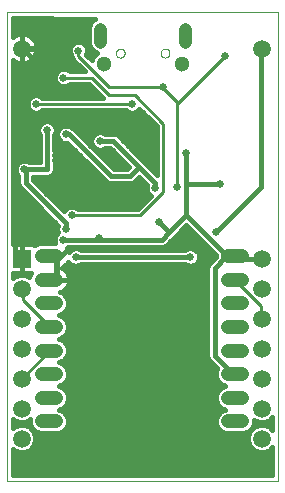
<source format=gbl>
G75*
%MOIN*%
%OFA0B0*%
%FSLAX25Y25*%
%IPPOS*%
%LPD*%
%AMOC8*
5,1,8,0,0,1.08239X$1,22.5*
%
%ADD10C,0.00000*%
%ADD11C,0.05118*%
%ADD12C,0.04331*%
%ADD13C,0.05906*%
%ADD14R,0.05906X0.05906*%
%ADD15C,0.04724*%
%ADD16C,0.01000*%
%ADD17C,0.02600*%
%ADD18C,0.01600*%
D10*
X0001800Y0001800D02*
X0001800Y0158296D01*
X0038119Y0144517D02*
X0038121Y0144594D01*
X0038127Y0144670D01*
X0038137Y0144746D01*
X0038151Y0144821D01*
X0038168Y0144896D01*
X0038190Y0144969D01*
X0038215Y0145042D01*
X0038245Y0145113D01*
X0038277Y0145182D01*
X0038314Y0145249D01*
X0038353Y0145315D01*
X0038396Y0145378D01*
X0038443Y0145439D01*
X0038492Y0145498D01*
X0038545Y0145554D01*
X0038600Y0145607D01*
X0038658Y0145657D01*
X0038718Y0145704D01*
X0038781Y0145748D01*
X0038846Y0145789D01*
X0038913Y0145826D01*
X0038982Y0145860D01*
X0039052Y0145890D01*
X0039124Y0145916D01*
X0039198Y0145938D01*
X0039272Y0145957D01*
X0039347Y0145972D01*
X0039423Y0145983D01*
X0039499Y0145990D01*
X0039576Y0145993D01*
X0039652Y0145992D01*
X0039729Y0145987D01*
X0039805Y0145978D01*
X0039881Y0145965D01*
X0039955Y0145948D01*
X0040029Y0145928D01*
X0040102Y0145903D01*
X0040173Y0145875D01*
X0040243Y0145843D01*
X0040311Y0145808D01*
X0040377Y0145769D01*
X0040441Y0145727D01*
X0040502Y0145681D01*
X0040562Y0145632D01*
X0040618Y0145581D01*
X0040672Y0145526D01*
X0040723Y0145469D01*
X0040771Y0145409D01*
X0040816Y0145347D01*
X0040857Y0145282D01*
X0040895Y0145216D01*
X0040930Y0145148D01*
X0040960Y0145077D01*
X0040988Y0145006D01*
X0041011Y0144933D01*
X0041031Y0144859D01*
X0041047Y0144784D01*
X0041059Y0144708D01*
X0041067Y0144632D01*
X0041071Y0144555D01*
X0041071Y0144479D01*
X0041067Y0144402D01*
X0041059Y0144326D01*
X0041047Y0144250D01*
X0041031Y0144175D01*
X0041011Y0144101D01*
X0040988Y0144028D01*
X0040960Y0143957D01*
X0040930Y0143886D01*
X0040895Y0143818D01*
X0040857Y0143752D01*
X0040816Y0143687D01*
X0040771Y0143625D01*
X0040723Y0143565D01*
X0040672Y0143508D01*
X0040618Y0143453D01*
X0040562Y0143402D01*
X0040502Y0143353D01*
X0040441Y0143307D01*
X0040377Y0143265D01*
X0040311Y0143226D01*
X0040243Y0143191D01*
X0040173Y0143159D01*
X0040102Y0143131D01*
X0040029Y0143106D01*
X0039955Y0143086D01*
X0039881Y0143069D01*
X0039805Y0143056D01*
X0039729Y0143047D01*
X0039652Y0143042D01*
X0039576Y0143041D01*
X0039499Y0143044D01*
X0039423Y0143051D01*
X0039347Y0143062D01*
X0039272Y0143077D01*
X0039198Y0143096D01*
X0039124Y0143118D01*
X0039052Y0143144D01*
X0038982Y0143174D01*
X0038913Y0143208D01*
X0038846Y0143245D01*
X0038781Y0143286D01*
X0038718Y0143330D01*
X0038658Y0143377D01*
X0038600Y0143427D01*
X0038545Y0143480D01*
X0038492Y0143536D01*
X0038443Y0143595D01*
X0038396Y0143656D01*
X0038353Y0143719D01*
X0038314Y0143785D01*
X0038277Y0143852D01*
X0038245Y0143921D01*
X0038215Y0143992D01*
X0038190Y0144065D01*
X0038168Y0144138D01*
X0038151Y0144213D01*
X0038137Y0144288D01*
X0038127Y0144364D01*
X0038121Y0144440D01*
X0038119Y0144517D01*
X0001800Y0158295D02*
X0092352Y0158295D01*
X0092351Y0158296D02*
X0092351Y0001800D01*
X0001800Y0001800D01*
X0053080Y0144517D02*
X0053082Y0144594D01*
X0053088Y0144670D01*
X0053098Y0144746D01*
X0053112Y0144821D01*
X0053129Y0144896D01*
X0053151Y0144969D01*
X0053176Y0145042D01*
X0053206Y0145113D01*
X0053238Y0145182D01*
X0053275Y0145249D01*
X0053314Y0145315D01*
X0053357Y0145378D01*
X0053404Y0145439D01*
X0053453Y0145498D01*
X0053506Y0145554D01*
X0053561Y0145607D01*
X0053619Y0145657D01*
X0053679Y0145704D01*
X0053742Y0145748D01*
X0053807Y0145789D01*
X0053874Y0145826D01*
X0053943Y0145860D01*
X0054013Y0145890D01*
X0054085Y0145916D01*
X0054159Y0145938D01*
X0054233Y0145957D01*
X0054308Y0145972D01*
X0054384Y0145983D01*
X0054460Y0145990D01*
X0054537Y0145993D01*
X0054613Y0145992D01*
X0054690Y0145987D01*
X0054766Y0145978D01*
X0054842Y0145965D01*
X0054916Y0145948D01*
X0054990Y0145928D01*
X0055063Y0145903D01*
X0055134Y0145875D01*
X0055204Y0145843D01*
X0055272Y0145808D01*
X0055338Y0145769D01*
X0055402Y0145727D01*
X0055463Y0145681D01*
X0055523Y0145632D01*
X0055579Y0145581D01*
X0055633Y0145526D01*
X0055684Y0145469D01*
X0055732Y0145409D01*
X0055777Y0145347D01*
X0055818Y0145282D01*
X0055856Y0145216D01*
X0055891Y0145148D01*
X0055921Y0145077D01*
X0055949Y0145006D01*
X0055972Y0144933D01*
X0055992Y0144859D01*
X0056008Y0144784D01*
X0056020Y0144708D01*
X0056028Y0144632D01*
X0056032Y0144555D01*
X0056032Y0144479D01*
X0056028Y0144402D01*
X0056020Y0144326D01*
X0056008Y0144250D01*
X0055992Y0144175D01*
X0055972Y0144101D01*
X0055949Y0144028D01*
X0055921Y0143957D01*
X0055891Y0143886D01*
X0055856Y0143818D01*
X0055818Y0143752D01*
X0055777Y0143687D01*
X0055732Y0143625D01*
X0055684Y0143565D01*
X0055633Y0143508D01*
X0055579Y0143453D01*
X0055523Y0143402D01*
X0055463Y0143353D01*
X0055402Y0143307D01*
X0055338Y0143265D01*
X0055272Y0143226D01*
X0055204Y0143191D01*
X0055134Y0143159D01*
X0055063Y0143131D01*
X0054990Y0143106D01*
X0054916Y0143086D01*
X0054842Y0143069D01*
X0054766Y0143056D01*
X0054690Y0143047D01*
X0054613Y0143042D01*
X0054537Y0143041D01*
X0054460Y0143044D01*
X0054384Y0143051D01*
X0054308Y0143062D01*
X0054233Y0143077D01*
X0054159Y0143096D01*
X0054085Y0143118D01*
X0054013Y0143144D01*
X0053943Y0143174D01*
X0053874Y0143208D01*
X0053807Y0143245D01*
X0053742Y0143286D01*
X0053679Y0143330D01*
X0053619Y0143377D01*
X0053561Y0143427D01*
X0053506Y0143480D01*
X0053453Y0143536D01*
X0053404Y0143595D01*
X0053357Y0143656D01*
X0053314Y0143719D01*
X0053275Y0143785D01*
X0053238Y0143852D01*
X0053206Y0143921D01*
X0053176Y0143992D01*
X0053151Y0144065D01*
X0053129Y0144138D01*
X0053112Y0144213D01*
X0053098Y0144288D01*
X0053088Y0144364D01*
X0053082Y0144440D01*
X0053080Y0144517D01*
D11*
X0060068Y0140973D03*
X0034083Y0140973D03*
D12*
X0032902Y0148257D02*
X0032902Y0152587D01*
X0061249Y0152587D02*
X0061249Y0148257D01*
D13*
X0086800Y0146048D03*
X0086800Y0076048D03*
X0086800Y0066048D03*
X0086800Y0056048D03*
X0086800Y0046048D03*
X0086800Y0036048D03*
X0086800Y0026048D03*
X0086800Y0016048D03*
X0006800Y0016048D03*
X0006800Y0026048D03*
X0006800Y0036048D03*
X0006800Y0046048D03*
X0006800Y0056048D03*
X0006800Y0066048D03*
X0006800Y0146048D03*
D14*
X0006800Y0076048D03*
D15*
X0013591Y0076871D02*
X0018316Y0076871D01*
X0018316Y0068997D02*
X0013591Y0068997D01*
X0013591Y0061123D02*
X0018316Y0061123D01*
X0018316Y0053249D02*
X0013591Y0053249D01*
X0013591Y0045375D02*
X0018316Y0045375D01*
X0018316Y0037501D02*
X0013591Y0037501D01*
X0013591Y0029627D02*
X0018316Y0029627D01*
X0018316Y0021753D02*
X0013591Y0021753D01*
X0075402Y0021753D02*
X0080127Y0021753D01*
X0080127Y0029627D02*
X0075402Y0029627D01*
X0075402Y0037501D02*
X0080127Y0037501D01*
X0080127Y0045375D02*
X0075402Y0045375D01*
X0075402Y0053249D02*
X0080127Y0053249D01*
X0080127Y0061123D02*
X0075402Y0061123D01*
X0075402Y0068997D02*
X0080127Y0068997D01*
X0080127Y0076871D02*
X0075402Y0076871D01*
D16*
X0075402Y0068997D02*
X0075600Y0068850D01*
X0077850Y0068850D01*
X0086400Y0060300D01*
X0086400Y0056250D01*
X0086800Y0056048D01*
X0058500Y0099900D02*
X0058500Y0127800D01*
X0058950Y0127800D01*
X0074700Y0143550D01*
X0058500Y0128250D02*
X0054000Y0132750D01*
X0054000Y0133200D01*
X0036000Y0133200D01*
X0025650Y0143550D01*
X0025650Y0145350D01*
X0030150Y0136350D02*
X0020700Y0136350D01*
X0011643Y0127587D02*
X0043532Y0127587D01*
X0044550Y0130500D02*
X0054000Y0121050D01*
X0054000Y0098100D01*
X0046350Y0090450D01*
X0023400Y0090450D01*
X0006800Y0066048D02*
X0007200Y0065700D01*
X0007200Y0062100D01*
X0015750Y0053550D01*
X0018000Y0053550D01*
X0018316Y0053249D01*
X0018316Y0045375D02*
X0018000Y0045000D01*
X0015750Y0045000D01*
X0007200Y0036450D01*
X0006800Y0036048D01*
X0058500Y0127800D02*
X0058500Y0128250D01*
X0044550Y0130500D02*
X0036000Y0130500D01*
X0030150Y0136350D01*
D17*
X0025650Y0145350D03*
X0020700Y0136350D03*
X0015300Y0130950D03*
X0011643Y0127587D03*
X0015187Y0118969D03*
X0011643Y0116170D03*
X0007650Y0105750D03*
X0021600Y0117450D03*
X0032850Y0115200D03*
X0041400Y0106650D03*
X0051300Y0099450D03*
X0052650Y0088200D03*
X0056700Y0081000D03*
X0063000Y0076500D03*
X0069300Y0078300D03*
X0071550Y0085050D03*
X0072900Y0100800D03*
X0061650Y0111150D03*
X0058500Y0099900D03*
X0043532Y0127587D03*
X0054000Y0133200D03*
X0074700Y0143550D03*
X0032400Y0082800D03*
X0024750Y0076500D03*
X0020700Y0082350D03*
X0021600Y0085950D03*
X0023400Y0090450D03*
D18*
X0021773Y0092915D02*
X0019829Y0092915D01*
X0020941Y0092093D02*
X0020857Y0091888D01*
X0010500Y0102244D01*
X0010500Y0103340D01*
X0014859Y0103325D01*
X0014875Y0103318D01*
X0015336Y0103323D01*
X0015796Y0103322D01*
X0015812Y0103328D01*
X0015830Y0103328D01*
X0016254Y0103509D01*
X0016680Y0103684D01*
X0016692Y0103696D01*
X0016708Y0103703D01*
X0017030Y0104032D01*
X0017357Y0104357D01*
X0017364Y0104373D01*
X0017376Y0104385D01*
X0017548Y0104813D01*
X0017725Y0105237D01*
X0017726Y0105255D01*
X0017732Y0105271D01*
X0017727Y0105732D01*
X0017729Y0106192D01*
X0017722Y0106208D01*
X0017605Y0117286D01*
X0017645Y0117326D01*
X0018087Y0118392D01*
X0018087Y0119546D01*
X0017645Y0120612D01*
X0016830Y0121427D01*
X0015764Y0121869D01*
X0014610Y0121869D01*
X0013544Y0121427D01*
X0012729Y0120612D01*
X0012287Y0119546D01*
X0012287Y0118392D01*
X0012729Y0117326D01*
X0012805Y0117250D01*
X0012902Y0108132D01*
X0009357Y0108144D01*
X0009293Y0108208D01*
X0008227Y0108650D01*
X0007073Y0108650D01*
X0006007Y0108208D01*
X0005191Y0107393D01*
X0004750Y0106327D01*
X0004750Y0105173D01*
X0005191Y0104107D01*
X0005700Y0103599D01*
X0005700Y0100773D01*
X0006065Y0099891D01*
X0006741Y0099215D01*
X0018914Y0087042D01*
X0018700Y0086527D01*
X0018700Y0085373D01*
X0018970Y0084721D01*
X0018241Y0083993D01*
X0017800Y0082927D01*
X0017800Y0081773D01*
X0018024Y0081233D01*
X0013248Y0081233D01*
X0012570Y0081126D01*
X0011917Y0080913D01*
X0011305Y0080602D01*
X0011117Y0080465D01*
X0010981Y0080601D01*
X0010525Y0080864D01*
X0010016Y0081001D01*
X0006875Y0081001D01*
X0006875Y0076123D01*
X0006725Y0076123D01*
X0006725Y0081001D01*
X0003800Y0081001D01*
X0003800Y0142106D01*
X0004204Y0141812D01*
X0004899Y0141458D01*
X0005640Y0141217D01*
X0006410Y0141095D01*
X0006725Y0141095D01*
X0006725Y0145973D01*
X0006875Y0145973D01*
X0006875Y0141095D01*
X0007190Y0141095D01*
X0007960Y0141217D01*
X0008701Y0141458D01*
X0009396Y0141812D01*
X0010027Y0142270D01*
X0010578Y0142822D01*
X0011036Y0143452D01*
X0011390Y0144147D01*
X0011631Y0144888D01*
X0011753Y0145658D01*
X0011753Y0145973D01*
X0006875Y0145973D01*
X0006875Y0146123D01*
X0011753Y0146123D01*
X0011753Y0146438D01*
X0011631Y0147208D01*
X0011390Y0147949D01*
X0011036Y0148644D01*
X0010578Y0149275D01*
X0010027Y0149826D01*
X0009396Y0150284D01*
X0008701Y0150638D01*
X0007960Y0150879D01*
X0007190Y0151001D01*
X0006875Y0151001D01*
X0006875Y0146123D01*
X0006725Y0146123D01*
X0006725Y0151001D01*
X0006410Y0151001D01*
X0005640Y0150879D01*
X0004899Y0150638D01*
X0004204Y0150284D01*
X0003800Y0149990D01*
X0003800Y0156273D01*
X0031216Y0155964D01*
X0030769Y0155780D01*
X0029710Y0154720D01*
X0029137Y0153336D01*
X0029137Y0147508D01*
X0029710Y0146124D01*
X0030769Y0145065D01*
X0031931Y0144583D01*
X0031728Y0144499D01*
X0030558Y0143329D01*
X0030055Y0142115D01*
X0028212Y0143958D01*
X0028550Y0144773D01*
X0028550Y0145927D01*
X0028108Y0146993D01*
X0027293Y0147808D01*
X0026227Y0148250D01*
X0025073Y0148250D01*
X0024007Y0147808D01*
X0023191Y0146993D01*
X0022750Y0145927D01*
X0022750Y0144773D01*
X0023191Y0143707D01*
X0023550Y0143349D01*
X0023550Y0142680D01*
X0027780Y0138450D01*
X0022701Y0138450D01*
X0022343Y0138808D01*
X0021277Y0139250D01*
X0020123Y0139250D01*
X0019057Y0138808D01*
X0018241Y0137993D01*
X0017800Y0136927D01*
X0017800Y0135773D01*
X0018241Y0134707D01*
X0019057Y0133891D01*
X0020123Y0133450D01*
X0021277Y0133450D01*
X0022343Y0133891D01*
X0022701Y0134250D01*
X0029280Y0134250D01*
X0033843Y0129687D01*
X0013644Y0129687D01*
X0013285Y0130046D01*
X0012219Y0130487D01*
X0011066Y0130487D01*
X0010000Y0130046D01*
X0009184Y0129230D01*
X0008743Y0128164D01*
X0008743Y0127011D01*
X0009184Y0125945D01*
X0010000Y0125129D01*
X0011066Y0124687D01*
X0012219Y0124687D01*
X0013285Y0125129D01*
X0013644Y0125487D01*
X0041531Y0125487D01*
X0041890Y0125129D01*
X0042955Y0124687D01*
X0044109Y0124687D01*
X0045175Y0125129D01*
X0045991Y0125945D01*
X0046033Y0126047D01*
X0051900Y0120180D01*
X0051900Y0104044D01*
X0047935Y0108009D01*
X0047935Y0108009D01*
X0047259Y0108685D01*
X0039385Y0116559D01*
X0038709Y0117235D01*
X0037827Y0117600D01*
X0034551Y0117600D01*
X0034493Y0117658D01*
X0033427Y0118100D01*
X0032273Y0118100D01*
X0031207Y0117658D01*
X0030391Y0116843D01*
X0029950Y0115777D01*
X0029950Y0114623D01*
X0030391Y0113557D01*
X0031207Y0112741D01*
X0032273Y0112300D01*
X0033427Y0112300D01*
X0034493Y0112741D01*
X0034551Y0112800D01*
X0036356Y0112800D01*
X0042506Y0106650D01*
X0041756Y0105900D01*
X0037444Y0105900D01*
X0023859Y0119485D01*
X0023530Y0119621D01*
X0023243Y0119908D01*
X0022177Y0120350D01*
X0021023Y0120350D01*
X0019957Y0119908D01*
X0019141Y0119093D01*
X0018700Y0118027D01*
X0018700Y0116873D01*
X0019141Y0115807D01*
X0019957Y0114991D01*
X0021023Y0114550D01*
X0022006Y0114550D01*
X0034415Y0102141D01*
X0035091Y0101465D01*
X0035973Y0101100D01*
X0043227Y0101100D01*
X0044109Y0101465D01*
X0045900Y0103256D01*
X0048614Y0100542D01*
X0048400Y0100027D01*
X0048400Y0098873D01*
X0048841Y0097807D01*
X0049657Y0096991D01*
X0049844Y0096914D01*
X0045480Y0092550D01*
X0025401Y0092550D01*
X0025043Y0092908D01*
X0023977Y0093350D01*
X0022823Y0093350D01*
X0021757Y0092908D01*
X0020941Y0092093D01*
X0018230Y0094514D02*
X0047444Y0094514D01*
X0049042Y0096112D02*
X0016632Y0096112D01*
X0015033Y0097711D02*
X0048938Y0097711D01*
X0048400Y0099309D02*
X0013435Y0099309D01*
X0011836Y0100908D02*
X0048248Y0100908D01*
X0046650Y0102506D02*
X0045150Y0102506D01*
X0042750Y0103500D02*
X0045900Y0106650D01*
X0051300Y0101250D01*
X0051300Y0099450D01*
X0051839Y0104105D02*
X0051900Y0104105D01*
X0051900Y0105703D02*
X0050241Y0105703D01*
X0048642Y0107302D02*
X0051900Y0107302D01*
X0051900Y0108900D02*
X0047044Y0108900D01*
X0047259Y0108685D02*
X0047259Y0108685D01*
X0045900Y0106650D02*
X0037350Y0115200D01*
X0032850Y0115200D01*
X0030334Y0113696D02*
X0029648Y0113696D01*
X0029950Y0115294D02*
X0028050Y0115294D01*
X0026451Y0116893D02*
X0030442Y0116893D01*
X0031247Y0112097D02*
X0037059Y0112097D01*
X0038657Y0110499D02*
X0032845Y0110499D01*
X0034444Y0108900D02*
X0040256Y0108900D01*
X0041400Y0106650D02*
X0036900Y0106650D01*
X0018900Y0124650D01*
X0010350Y0124650D01*
X0009900Y0124200D01*
X0009900Y0123300D01*
X0006124Y0119524D01*
X0006124Y0118926D01*
X0011643Y0116170D01*
X0012809Y0116893D02*
X0003800Y0116893D01*
X0004500Y0117900D02*
X0004500Y0078300D01*
X0006750Y0076050D01*
X0006800Y0076048D01*
X0006875Y0075973D02*
X0006875Y0071095D01*
X0009765Y0071095D01*
X0009549Y0070671D01*
X0009337Y0070018D01*
X0009323Y0069931D01*
X0007706Y0070601D01*
X0005894Y0070601D01*
X0004221Y0069908D01*
X0003800Y0069487D01*
X0003800Y0071095D01*
X0006725Y0071095D01*
X0006725Y0075973D01*
X0006875Y0075973D01*
X0006875Y0075332D02*
X0006725Y0075332D01*
X0006725Y0076930D02*
X0006875Y0076930D01*
X0006875Y0078529D02*
X0006725Y0078529D01*
X0006725Y0080127D02*
X0006875Y0080127D01*
X0003800Y0081726D02*
X0017820Y0081726D01*
X0017965Y0083324D02*
X0003800Y0083324D01*
X0003800Y0084923D02*
X0018887Y0084923D01*
X0018700Y0086521D02*
X0003800Y0086521D01*
X0003800Y0088120D02*
X0017836Y0088120D01*
X0016238Y0089718D02*
X0003800Y0089718D01*
X0003800Y0091317D02*
X0014639Y0091317D01*
X0013041Y0092915D02*
X0003800Y0092915D01*
X0003800Y0094514D02*
X0011442Y0094514D01*
X0009844Y0096112D02*
X0003800Y0096112D01*
X0003800Y0097711D02*
X0008245Y0097711D01*
X0006741Y0099215D02*
X0006741Y0099215D01*
X0006647Y0099309D02*
X0003800Y0099309D01*
X0003800Y0100908D02*
X0005700Y0100908D01*
X0005700Y0102506D02*
X0003800Y0102506D01*
X0003800Y0104105D02*
X0005194Y0104105D01*
X0004750Y0105703D02*
X0003800Y0105703D01*
X0003800Y0107302D02*
X0005154Y0107302D01*
X0003800Y0108900D02*
X0012893Y0108900D01*
X0012876Y0110499D02*
X0003800Y0110499D01*
X0003800Y0112097D02*
X0012860Y0112097D01*
X0012843Y0113696D02*
X0003800Y0113696D01*
X0003800Y0115294D02*
X0012826Y0115294D01*
X0012287Y0118491D02*
X0003800Y0118491D01*
X0004500Y0117900D02*
X0006124Y0119524D01*
X0003800Y0120090D02*
X0012512Y0120090D01*
X0014174Y0121688D02*
X0003800Y0121688D01*
X0003800Y0123287D02*
X0048793Y0123287D01*
X0047195Y0124885D02*
X0044587Y0124885D01*
X0042477Y0124885D02*
X0012697Y0124885D01*
X0010588Y0124885D02*
X0003800Y0124885D01*
X0003800Y0126484D02*
X0008961Y0126484D01*
X0008550Y0126450D02*
X0008550Y0128700D01*
X0010350Y0130500D01*
X0014850Y0130500D01*
X0015300Y0130950D01*
X0015300Y0137700D01*
X0007200Y0145800D01*
X0006800Y0146048D01*
X0006725Y0145666D02*
X0006875Y0145666D01*
X0006875Y0144068D02*
X0006725Y0144068D01*
X0006725Y0142469D02*
X0006875Y0142469D01*
X0010225Y0142469D02*
X0023761Y0142469D01*
X0023042Y0144068D02*
X0011349Y0144068D01*
X0011753Y0145666D02*
X0022750Y0145666D01*
X0023463Y0147265D02*
X0011612Y0147265D01*
X0010877Y0148863D02*
X0029137Y0148863D01*
X0029137Y0150462D02*
X0009047Y0150462D01*
X0006875Y0150462D02*
X0006725Y0150462D01*
X0006725Y0148863D02*
X0006875Y0148863D01*
X0006875Y0147265D02*
X0006725Y0147265D01*
X0004553Y0150462D02*
X0003800Y0150462D01*
X0003800Y0152060D02*
X0029137Y0152060D01*
X0029270Y0153659D02*
X0003800Y0153659D01*
X0003800Y0155257D02*
X0030247Y0155257D01*
X0029238Y0147265D02*
X0027837Y0147265D01*
X0028550Y0145666D02*
X0030168Y0145666D01*
X0031296Y0144068D02*
X0028258Y0144068D01*
X0029701Y0142469D02*
X0030201Y0142469D01*
X0026958Y0139272D02*
X0003800Y0139272D01*
X0003800Y0140870D02*
X0025360Y0140870D01*
X0030652Y0132878D02*
X0003800Y0132878D01*
X0003800Y0134476D02*
X0018472Y0134476D01*
X0017800Y0136075D02*
X0003800Y0136075D01*
X0003800Y0137673D02*
X0018109Y0137673D01*
X0009635Y0129681D02*
X0003800Y0129681D01*
X0003800Y0131279D02*
X0032251Y0131279D01*
X0024853Y0118491D02*
X0051900Y0118491D01*
X0051900Y0116893D02*
X0039051Y0116893D01*
X0040650Y0115294D02*
X0051900Y0115294D01*
X0051900Y0113696D02*
X0042248Y0113696D01*
X0043847Y0112097D02*
X0051900Y0112097D01*
X0051900Y0110499D02*
X0045445Y0110499D01*
X0041854Y0107302D02*
X0036042Y0107302D01*
X0036450Y0103500D02*
X0042750Y0103500D01*
X0036450Y0103500D02*
X0022500Y0117450D01*
X0021600Y0117450D01*
X0018892Y0118491D02*
X0018087Y0118491D01*
X0017862Y0120090D02*
X0020395Y0120090D01*
X0018700Y0116893D02*
X0017609Y0116893D01*
X0017626Y0115294D02*
X0019654Y0115294D01*
X0017643Y0113696D02*
X0022860Y0113696D01*
X0024459Y0112097D02*
X0017660Y0112097D01*
X0017677Y0110499D02*
X0026057Y0110499D01*
X0027656Y0108900D02*
X0017694Y0108900D01*
X0017711Y0107302D02*
X0029254Y0107302D01*
X0030853Y0105703D02*
X0017728Y0105703D01*
X0017103Y0104105D02*
X0032451Y0104105D01*
X0034050Y0102506D02*
X0010500Y0102506D01*
X0008100Y0101250D02*
X0008100Y0105300D01*
X0007650Y0105750D01*
X0015327Y0105723D01*
X0015187Y0118969D01*
X0016200Y0121688D02*
X0050392Y0121688D01*
X0051900Y0120090D02*
X0022805Y0120090D01*
X0010350Y0124650D02*
X0008550Y0126450D01*
X0008743Y0128082D02*
X0003800Y0128082D01*
X0008100Y0101250D02*
X0021600Y0087750D01*
X0021600Y0085950D01*
X0020700Y0082350D02*
X0032400Y0082350D01*
X0032400Y0082800D01*
X0032400Y0082350D02*
X0053550Y0082350D01*
X0056025Y0084825D01*
X0052650Y0088200D01*
X0056025Y0084825D02*
X0061650Y0090450D01*
X0075150Y0076950D01*
X0075402Y0076871D01*
X0076050Y0076500D01*
X0076500Y0076050D01*
X0086400Y0076050D01*
X0086800Y0076048D01*
X0075402Y0076871D02*
X0074700Y0076500D01*
X0071100Y0072900D01*
X0071100Y0043650D01*
X0075150Y0039600D01*
X0075150Y0037800D01*
X0075402Y0037501D01*
X0074055Y0033770D02*
X0019663Y0033770D01*
X0019165Y0033564D02*
X0020560Y0034142D01*
X0021675Y0035256D01*
X0022278Y0036713D01*
X0022278Y0038289D01*
X0021675Y0039745D01*
X0020560Y0040860D01*
X0019165Y0041438D01*
X0020560Y0042016D01*
X0021675Y0043130D01*
X0022278Y0044587D01*
X0022278Y0046163D01*
X0021675Y0047619D01*
X0020560Y0048734D01*
X0019165Y0049312D01*
X0020560Y0049890D01*
X0021675Y0051004D01*
X0022278Y0052461D01*
X0022278Y0054037D01*
X0021675Y0055493D01*
X0020560Y0056608D01*
X0019165Y0057186D01*
X0020560Y0057764D01*
X0021675Y0058878D01*
X0022278Y0060335D01*
X0022278Y0061911D01*
X0021675Y0063367D01*
X0020560Y0064482D01*
X0019670Y0064850D01*
X0019990Y0064954D01*
X0020602Y0065266D01*
X0021158Y0065670D01*
X0021643Y0066155D01*
X0022047Y0066711D01*
X0022358Y0067322D01*
X0022571Y0067975D01*
X0022678Y0068654D01*
X0022678Y0068997D01*
X0022678Y0069340D01*
X0022571Y0070018D01*
X0022358Y0070671D01*
X0022047Y0071283D01*
X0021643Y0071839D01*
X0021158Y0072324D01*
X0020602Y0072728D01*
X0020197Y0072934D01*
X0020602Y0073140D01*
X0021158Y0073544D01*
X0021643Y0074029D01*
X0022047Y0074585D01*
X0022244Y0074972D01*
X0022291Y0074857D01*
X0023107Y0074041D01*
X0024173Y0073600D01*
X0025327Y0073600D01*
X0026393Y0074041D01*
X0026451Y0074100D01*
X0061299Y0074100D01*
X0061357Y0074041D01*
X0062423Y0073600D01*
X0063577Y0073600D01*
X0064643Y0074041D01*
X0065458Y0074857D01*
X0065900Y0075923D01*
X0065900Y0077077D01*
X0065458Y0078143D01*
X0064643Y0078958D01*
X0063577Y0079400D01*
X0062423Y0079400D01*
X0061357Y0078958D01*
X0061299Y0078900D01*
X0026451Y0078900D01*
X0026393Y0078958D01*
X0025327Y0079400D01*
X0024173Y0079400D01*
X0023107Y0078958D01*
X0022441Y0078292D01*
X0022358Y0078545D01*
X0022047Y0079157D01*
X0021705Y0079627D01*
X0022343Y0079891D01*
X0022401Y0079950D01*
X0031702Y0079950D01*
X0031823Y0079900D01*
X0032977Y0079900D01*
X0033098Y0079950D01*
X0054027Y0079950D01*
X0054909Y0080315D01*
X0057384Y0082790D01*
X0058060Y0083466D01*
X0061650Y0087056D01*
X0071440Y0077266D01*
X0071440Y0076634D01*
X0069065Y0074259D01*
X0068700Y0073377D01*
X0068700Y0043173D01*
X0069065Y0042291D01*
X0069741Y0041615D01*
X0071917Y0039439D01*
X0071440Y0038289D01*
X0071440Y0036713D01*
X0072043Y0035256D01*
X0073158Y0034142D01*
X0074553Y0033564D01*
X0073158Y0032986D01*
X0072043Y0031871D01*
X0071440Y0030415D01*
X0071440Y0028839D01*
X0072043Y0027382D01*
X0073158Y0026268D01*
X0074553Y0025690D01*
X0073158Y0025112D01*
X0072043Y0023997D01*
X0071440Y0022541D01*
X0071440Y0020965D01*
X0072043Y0019508D01*
X0073158Y0018394D01*
X0074614Y0017791D01*
X0080915Y0017791D01*
X0082371Y0018394D01*
X0083486Y0019508D01*
X0084089Y0020965D01*
X0084089Y0022320D01*
X0084221Y0022188D01*
X0085894Y0021495D01*
X0087706Y0021495D01*
X0089379Y0022188D01*
X0090351Y0023161D01*
X0090351Y0018935D01*
X0089379Y0019908D01*
X0087706Y0020601D01*
X0085894Y0020601D01*
X0084221Y0019908D01*
X0082940Y0018627D01*
X0082247Y0016954D01*
X0082247Y0015142D01*
X0082940Y0013469D01*
X0084221Y0012188D01*
X0085894Y0011495D01*
X0087706Y0011495D01*
X0089379Y0012188D01*
X0090351Y0013161D01*
X0090351Y0003800D01*
X0003800Y0003800D01*
X0003800Y0012609D01*
X0004221Y0012188D01*
X0005894Y0011495D01*
X0007706Y0011495D01*
X0009379Y0012188D01*
X0010660Y0013469D01*
X0011353Y0015142D01*
X0011353Y0016954D01*
X0010660Y0018627D01*
X0009379Y0019908D01*
X0007706Y0020601D01*
X0005894Y0020601D01*
X0004221Y0019908D01*
X0003800Y0019487D01*
X0003800Y0022609D01*
X0004221Y0022188D01*
X0005894Y0021495D01*
X0007706Y0021495D01*
X0009379Y0022188D01*
X0009629Y0022439D01*
X0009629Y0020965D01*
X0010232Y0019508D01*
X0011347Y0018394D01*
X0012803Y0017791D01*
X0019104Y0017791D01*
X0020560Y0018394D01*
X0021675Y0019508D01*
X0022278Y0020965D01*
X0022278Y0022541D01*
X0021675Y0023997D01*
X0020560Y0025112D01*
X0019165Y0025690D01*
X0020560Y0026268D01*
X0021675Y0027382D01*
X0022278Y0028839D01*
X0022278Y0030415D01*
X0021675Y0031871D01*
X0020560Y0032986D01*
X0019165Y0033564D01*
X0021374Y0032172D02*
X0072344Y0032172D01*
X0071506Y0030573D02*
X0022212Y0030573D01*
X0022278Y0028975D02*
X0071440Y0028975D01*
X0072050Y0027376D02*
X0021669Y0027376D01*
X0021493Y0024179D02*
X0072225Y0024179D01*
X0071457Y0022581D02*
X0022261Y0022581D01*
X0022278Y0020982D02*
X0071440Y0020982D01*
X0072168Y0019384D02*
X0021550Y0019384D01*
X0019377Y0025778D02*
X0074341Y0025778D01*
X0071997Y0035369D02*
X0021721Y0035369D01*
X0022278Y0036967D02*
X0071440Y0036967D01*
X0071555Y0038566D02*
X0022163Y0038566D01*
X0021256Y0040164D02*
X0071192Y0040164D01*
X0069741Y0041615D02*
X0069741Y0041615D01*
X0069593Y0041763D02*
X0019949Y0041763D01*
X0021770Y0043361D02*
X0068700Y0043361D01*
X0068700Y0044960D02*
X0022278Y0044960D01*
X0022114Y0046558D02*
X0068700Y0046558D01*
X0068700Y0048157D02*
X0021137Y0048157D01*
X0020235Y0049755D02*
X0068700Y0049755D01*
X0068700Y0051354D02*
X0021819Y0051354D01*
X0022278Y0052952D02*
X0068700Y0052952D01*
X0068700Y0054551D02*
X0022065Y0054551D01*
X0021019Y0056149D02*
X0068700Y0056149D01*
X0068700Y0057748D02*
X0020522Y0057748D01*
X0021869Y0059346D02*
X0068700Y0059346D01*
X0068700Y0060945D02*
X0022278Y0060945D01*
X0022016Y0062543D02*
X0068700Y0062543D01*
X0068700Y0064142D02*
X0020900Y0064142D01*
X0021228Y0065740D02*
X0068700Y0065740D01*
X0068700Y0067339D02*
X0022364Y0067339D01*
X0022678Y0068937D02*
X0068700Y0068937D01*
X0068700Y0070536D02*
X0022402Y0070536D01*
X0022678Y0068997D02*
X0018316Y0068997D01*
X0018316Y0068997D01*
X0018316Y0068997D01*
X0018316Y0076871D01*
X0018450Y0076050D01*
X0018450Y0069300D01*
X0018316Y0068997D01*
X0022678Y0068997D01*
X0021347Y0072134D02*
X0068700Y0072134D01*
X0068847Y0073733D02*
X0063898Y0073733D01*
X0063000Y0076500D02*
X0024750Y0076500D01*
X0025648Y0073733D02*
X0062102Y0073733D01*
X0065655Y0075332D02*
X0070137Y0075332D01*
X0071440Y0076930D02*
X0065900Y0076930D01*
X0065700Y0078300D02*
X0063450Y0080550D01*
X0057150Y0080550D01*
X0056700Y0081000D01*
X0055800Y0081000D01*
X0054450Y0079650D01*
X0022500Y0079650D01*
X0019800Y0076950D01*
X0018450Y0076950D01*
X0018316Y0076871D01*
X0018316Y0076871D01*
X0018316Y0073359D01*
X0018316Y0068997D01*
X0018316Y0070536D02*
X0018316Y0070536D01*
X0018316Y0072134D02*
X0018316Y0072134D01*
X0018316Y0073733D02*
X0018316Y0073733D01*
X0018316Y0075332D02*
X0018316Y0075332D01*
X0021347Y0073733D02*
X0023852Y0073733D01*
X0022677Y0078529D02*
X0022364Y0078529D01*
X0025027Y0092915D02*
X0045845Y0092915D01*
X0054455Y0080127D02*
X0068579Y0080127D01*
X0066980Y0081726D02*
X0056320Y0081726D01*
X0057918Y0083324D02*
X0065382Y0083324D01*
X0063783Y0084923D02*
X0059517Y0084923D01*
X0061115Y0086521D02*
X0062185Y0086521D01*
X0061650Y0090450D02*
X0061650Y0100800D01*
X0072900Y0100800D01*
X0086400Y0099900D02*
X0071550Y0085050D01*
X0070177Y0078529D02*
X0065073Y0078529D01*
X0065700Y0078300D02*
X0069300Y0078300D01*
X0061650Y0100800D02*
X0061650Y0111150D01*
X0086400Y0099900D02*
X0086400Y0145800D01*
X0086800Y0146048D01*
X0089771Y0022581D02*
X0090351Y0022581D01*
X0090351Y0020982D02*
X0084089Y0020982D01*
X0083697Y0019384D02*
X0083361Y0019384D01*
X0082592Y0017785D02*
X0011008Y0017785D01*
X0011353Y0016187D02*
X0082247Y0016187D01*
X0082477Y0014588D02*
X0011123Y0014588D01*
X0010180Y0012990D02*
X0083420Y0012990D01*
X0090180Y0012990D02*
X0090351Y0012990D01*
X0090351Y0011391D02*
X0003800Y0011391D01*
X0003800Y0009793D02*
X0090351Y0009793D01*
X0090351Y0008194D02*
X0003800Y0008194D01*
X0003800Y0006596D02*
X0090351Y0006596D01*
X0090351Y0004997D02*
X0003800Y0004997D01*
X0009903Y0019384D02*
X0010357Y0019384D01*
X0009629Y0020982D02*
X0003800Y0020982D01*
X0003800Y0022581D02*
X0003829Y0022581D01*
X0003800Y0070536D02*
X0005738Y0070536D01*
X0006725Y0072134D02*
X0006875Y0072134D01*
X0006875Y0073733D02*
X0006725Y0073733D01*
X0007862Y0070536D02*
X0009505Y0070536D01*
X0089903Y0019384D02*
X0090351Y0019384D01*
M02*

</source>
